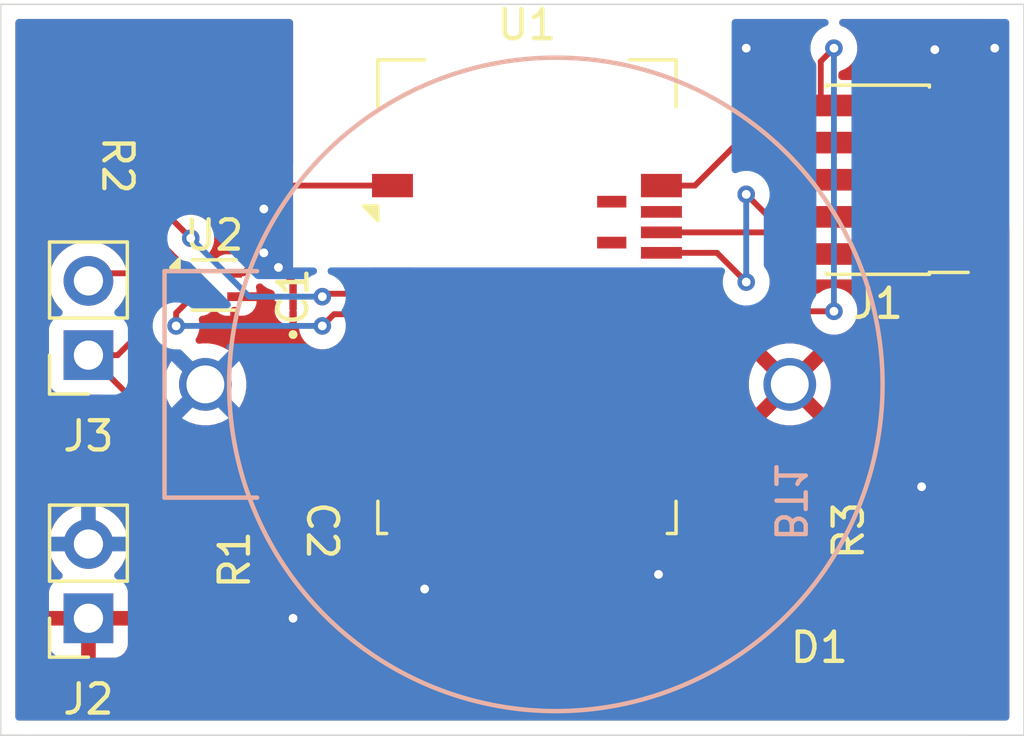
<source format=kicad_pcb>
(kicad_pcb (version 20241229) (generator "pcbnew") (generator_version "9.0")
  (layers (0 "F.Cu" signal) (2 "B.Cu" signal) (13 "F.Paste" user) (15 "B.Paste" user) (5 "F.SilkS" user "F.Silkscreen") (7 "B.SilkS" user "B.Silkscreen") (1 "F.Mask" user) (3 "B.Mask" user) (25 "Edge.Cuts" user))
  (net 0 "")
  (net 32 "GND")
  (net 33 "/VDD")
  (net 34 "/SCL")
  (net 35 "/SDA")
  (net 36 "/CLK")
  (net 37 "/RST")
  (net 38 "/SWDIO")
  (net 42 "Net-(D1-A)")
  (footprint "bt_holder:res_10k" (layer "F.Cu") (at 179 90 90)
    (property "Reference" "R1" (at 0 0 90) (layer "F.SilkS"))
    (property "Value" "10K")
    (pad "1" smd rect (at -0.6731 0 90) (size 0.5588 0.762) (layers "F.Cu" "F.Mask" "F.Paste") (net 33 "/VDD"))
    (pad "2" smd rect (at 0.6731 0 90) (size 0.5588 0.762) (layers "F.Cu" "F.Mask" "F.Paste") (net 34 "/SCL"))
    (zone (net 0) (net_name "") (layer "F.Cu") (connect_pads (clearance 0)) (min_thickness 0.254)
      (keepout (tracks not_allowed) (vias not_allowed) (pads allowed) (copperpour not_allowed) (footprints allowed))
      (fill (thermal_gap 0.508) (thermal_bridge_width 0.508))
      (polygon (pts (xy 178.6444 90.3429) (xy 178.6444 89.6571) (xy 179.3556 89.6571) (xy 179.3556 90.3429)))
    )
  )
  (footprint "Connector_PinSocket_2.54mm:PinSocket_1x02_P2.54mm_Vertical" (layer "F.Cu") (at 174 92 180)
    (property "Reference" "J2" (at 0 -2.77 0) (layer "F.SilkS"))
    (property "Value" "VDD")
    (fp_line (start 1.33 1.27) (end 1.33 3.87) (stroke (width 0.12)) (layer "F.SilkS"))
    (fp_line (start 1.33 -1.33) (end 1.33 0) (stroke (width 0.12)) (layer "F.SilkS"))
    (fp_line (start 0 -1.33) (end 1.33 -1.33) (stroke (width 0.12)) (layer "F.SilkS"))
    (fp_line (start -1.33 3.87) (end 1.33 3.87) (stroke (width 0.12)) (layer "F.SilkS"))
    (fp_line (start -1.33 1.27) (end 1.33 1.27) (stroke (width 0.12)) (layer "F.SilkS"))
    (fp_line (start -1.33 1.27) (end -1.33 3.87) (stroke (width 0.12)) (layer "F.SilkS"))
    (pad "1" thru_hole rect (at 0 0 180) (size 1.7 1.7) (drill 1) (layers "*.Cu" "*.Mask") (net 33 "/VDD"))
    (pad "2" thru_hole oval (at 0 2.54 180) (size 1.7 1.7) (drill 1) (layers "*.Cu" "*.Mask") (net 32 "GND"))
  )
  (footprint "bt_holder:cap_100nf (2)" (layer "F.Cu") (at 181 81 90)
    (property "Reference" "C1" (at 0 0 90) (layer "F.SilkS"))
    (property "Value" "100nF")
    (fp_circle (center -1.2954 0) (end -1.2192 0) (stroke (width 0.1524)) (fill no) (layer "F.SilkS"))
    (pad "1" smd rect (at -0.2794 0 90) (size 0.3556 0.254) (layers "F.Cu" "F.Mask" "F.Paste") (net 33 "/VDD"))
    (pad "2" smd rect (at 0.2794 0 90) (size 0.3556 0.254) (layers "F.Cu" "F.Mask" "F.Paste") (net 32 "GND"))
    (zone (net 0) (net_name "") (layer "F.Cu") (connect_pads (clearance 0)) (min_thickness 0.254)
      (keepout (tracks not_allowed) (vias not_allowed) (pads allowed) (copperpour not_allowed) (footprints allowed))
      (fill (thermal_gap 0.508) (thermal_bridge_width 0.508))
      (polygon (pts (xy 180.8984 81.0508) (xy 180.8984 80.9492) (xy 181.1016 80.9492) (xy 181.1016 81.0508)))
    )
  )
  (footprint "RF_Module:Raytac_MDBT42Q" (layer "F.Cu") (at 189 81)
    (property "Reference" "U1" (at 0 -9.3 0) (layer "F.SilkS"))
    (property "Value" "MDBT42Q-512K")
    (fp_line (start -5.1 -8.1) (end -5.1 -6.5) (stroke (width 0.12)) (layer "F.SilkS"))
    (fp_line (start -5.1 -8.1) (end -3.5 -8.1) (stroke (width 0.12)) (layer "F.SilkS"))
    (fp_line (start -5.1 8.1) (end -5.1 7) (stroke (width 0.12)) (layer "F.SilkS"))
    (fp_line (start -4.8 8.1) (end -5.1 8.1) (stroke (width 0.12)) (layer "F.SilkS"))
    (fp_line (start 3.5 -8.1) (end 5.1 -8.1) (stroke (width 0.12)) (layer "F.SilkS"))
    (fp_line (start 4.8 8.1) (end 5.1 8.1) (stroke (width 0.12)) (layer "F.SilkS"))
    (fp_line (start 5.1 -8.1) (end 5.1 -6.5) (stroke (width 0.12)) (layer "F.SilkS"))
    (fp_line (start 5.1 8.1) (end 5.1 7) (stroke (width 0.12)) (layer "F.SilkS"))
    (fp_poly (pts (xy -5.1 -3.1) (xy -5.6 -3.1) (xy -5.1 -2.6) (xy -5.1 -3.1)) (stroke (width 0.12)) (fill yes) (layer "F.SilkS"))
    (pad "1" smd rect (at -4.6 -3.8) (size 1.4 0.8) (layers "F.Cu" "F.Mask" "F.Paste") (net 32 "GND"))
    (pad "2" smd rect (at -4.6 -0.8) (size 1.4 0.4) (layers "F.Cu" "F.Mask" "F.Paste"))
    (pad "3" smd rect (at -4.6 -0.1) (size 1.4 0.4) (layers "F.Cu" "F.Mask" "F.Paste") (net 35 "/SDA"))
    (pad "4" smd rect (at -4.6 0.6) (size 1.4 0.4) (layers "F.Cu" "F.Mask" "F.Paste") (net 34 "/SCL"))
    (pad "5" smd rect (at -4.6 1.3) (size 1.4 0.4) (layers "F.Cu" "F.Mask" "F.Paste"))
    (pad "6" smd rect (at -4.6 2) (size 1.4 0.4) (layers "F.Cu" "F.Mask" "F.Paste"))
    (pad "7" smd rect (at -4.6 2.7) (size 1.4 0.4) (layers "F.Cu" "F.Mask" "F.Paste"))
    (pad "8" smd rect (at -4.6 3.4) (size 1.4 0.4) (layers "F.Cu" "F.Mask" "F.Paste"))
    (pad "9" smd rect (at -4.6 4.1) (size 1.4 0.4) (layers "F.Cu" "F.Mask" "F.Paste"))
    (pad "10" smd rect (at -4.6 4.8) (size 1.4 0.4) (layers "F.Cu" "F.Mask" "F.Paste"))
    (pad "11" smd rect (at -4.6 5.5) (size 1.4 0.4) (layers "F.Cu" "F.Mask" "F.Paste") (net 33 "/VDD"))
    (pad "12" smd rect (at -4.2 7.6 90) (size 1.4 0.4) (layers "F.Cu" "F.Mask" "F.Paste") (net 32 "GND"))
    (pad "13" smd rect (at -3.5 7.6 90) (size 1.4 0.4) (layers "F.Cu" "F.Mask" "F.Paste"))
    (pad "14" smd rect (at -2.8 7.6 90) (size 1.4 0.4) (layers "F.Cu" "F.Mask" "F.Paste"))
    (pad "15" smd rect (at -2.1 7.6 90) (size 1.4 0.4) (layers "F.Cu" "F.Mask" "F.Paste"))
    (pad "16" smd rect (at -1.4 7.6 90) (size 1.4 0.4) (layers "F.Cu" "F.Mask" "F.Paste"))
    (pad "17" smd rect (at -0.7 7.6 90) (size 1.4 0.4) (layers "F.Cu" "F.Mask" "F.Paste"))
    (pad "18" smd rect (at 0 7.6 90) (size 1.4 0.4) (layers "F.Cu" "F.Mask" "F.Paste"))
    (pad "19" smd rect (at 0.7 7.6 90) (size 1.4 0.4) (layers "F.Cu" "F.Mask" "F.Paste"))
    (pad "20" smd rect (at 1.4 7.6 90) (size 1.4 0.4) (layers "F.Cu" "F.Mask" "F.Paste"))
    (pad "21" smd rect (at 2.1 7.6 90) (size 1.4 0.4) (layers "F.Cu" "F.Mask" "F.Paste"))
    (pad "22" smd rect (at 2.8 7.6 90) (size 1.4 0.4) (layers "F.Cu" "F.Mask" "F.Paste"))
    (pad "23" smd rect (at 3.5 7.6 90) (size 1.4 0.4) (layers "F.Cu" "F.Mask" "F.Paste"))
    (pad "24" smd rect (at 4.2 7.6 90) (size 1.4 0.4) (layers "F.Cu" "F.Mask" "F.Paste") (net 32 "GND"))
    (pad "25" smd rect (at 4.6 6.2) (size 1.4 0.4) (layers "F.Cu" "F.Mask" "F.Paste"))
    (pad "26" smd rect (at 4.6 5.5) (size 1.4 0.4) (layers "F.Cu" "F.Mask" "F.Paste"))
    (pad "27" smd rect (at 4.6 4.8) (size 1.4 0.4) (layers "F.Cu" "F.Mask" "F.Paste"))
    (pad "28" smd rect (at 4.6 4.1) (size 1.4 0.4) (layers "F.Cu" "F.Mask" "F.Paste"))
    (pad "29" smd rect (at 4.6 3.4) (size 1.4 0.4) (layers "F.Cu" "F.Mask" "F.Paste"))
    (pad "30" smd rect (at 4.6 2.7) (size 1.4 0.4) (layers "F.Cu" "F.Mask" "F.Paste"))
    (pad "31" smd rect (at 4.6 2) (size 1.4 0.4) (layers "F.Cu" "F.Mask" "F.Paste"))
    (pad "32" smd rect (at 4.6 1.3) (size 1.4 0.4) (layers "F.Cu" "F.Mask" "F.Paste"))
    (pad "33" smd rect (at 4.6 0.6) (size 1.4 0.4) (layers "F.Cu" "F.Mask" "F.Paste"))
    (pad "34" smd rect (at 4.6 -0.1) (size 1.4 0.4) (layers "F.Cu" "F.Mask" "F.Paste"))
    (pad "35" smd rect (at 4.6 -0.8) (size 1.4 0.4) (layers "F.Cu" "F.Mask" "F.Paste") (net 37 "/RST"))
    (pad "36" smd rect (at 4.6 -1.5) (size 1.4 0.4) (layers "F.Cu" "F.Mask" "F.Paste") (net 36 "/CLK"))
    (pad "37" smd rect (at 4.6 -2.2) (size 1.4 0.4) (layers "F.Cu" "F.Mask" "F.Paste") (net 38 "/SWDIO"))
    (pad "38" smd rect (at 4.6 -2.9) (size 1.4 0.4) (layers "F.Cu" "F.Mask" "F.Paste"))
    (pad "39" smd rect (at 4.6 -3.8) (size 1.4 0.8) (layers "F.Cu" "F.Mask" "F.Paste") (net 32 "GND"))
    (pad "40" smd rect (at 2.9 -3.25) (size 1 0.4) (layers "F.Cu" "F.Mask" "F.Paste"))
    (pad "41" smd rect (at 2.9 -1.85) (size 1 0.4) (layers "F.Cu" "F.Mask" "F.Paste"))
    (zone (net 0) (net_name "") (layers "F.Cu" "B.Cu" "Dwgs.User") (connect_pads (clearance 0)) (min_thickness 0.25)
      (keepout (tracks not_allowed) (vias not_allowed) (pads not_allowed) (copperpour not_allowed) (footprints not_allowed))
      (fill (thermal_gap 0.5) (thermal_bridge_width 0.5))
      (polygon (pts (xy 183 72) (xy 183 76.8) (xy 195 76.8) (xy 195 72)))
    )
    (zone (net 0) (net_name "") (layers "F.Cu" "Dwgs.User") (connect_pads (clearance 0)) (min_thickness 0.25)
      (keepout (tracks not_allowed) (vias not_allowed) (pads not_allowed) (copperpour not_allowed) (footprints not_allowed))
      (fill (thermal_gap 0.5) (thermal_bridge_width 0.5))
      (polygon (pts (xy 188.5 76.8) (xy 188.5 79.9) (xy 192.9 79.9) (xy 192.9 76.8)))
    )
  )
  (footprint "Connector_PinHeader_1.27mm:PinHeader_2x05_P1.27mm_Vertical_SMD" (layer "F.Cu") (at 201 77 180)
    (property "Reference" "J1" (at 0 -4.235 0) (layer "F.SilkS"))
    (property "Value" "SWD")
    (fp_line (start 1.765 3.17) (end 1.765 3.235) (stroke (width 0.12)) (layer "F.SilkS"))
    (fp_line (start 1.765 -3.235) (end 1.765 -3.17) (stroke (width 0.12)) (layer "F.SilkS"))
    (fp_line (start -1.765 3.235) (end 1.765 3.235) (stroke (width 0.12)) (layer "F.SilkS"))
    (fp_line (start -1.765 3.17) (end -1.765 3.235) (stroke (width 0.12)) (layer "F.SilkS"))
    (fp_line (start -1.765 -3.235) (end 1.765 -3.235) (stroke (width 0.12)) (layer "F.SilkS"))
    (fp_line (start -1.765 -3.235) (end -1.765 -3.17) (stroke (width 0.12)) (layer "F.SilkS"))
    (fp_line (start -3.09 -3.17) (end -1.765 -3.17) (stroke (width 0.12)) (layer "F.SilkS"))
    (pad "1" smd rect (at -1.95 -2.54 180) (size 2.4 0.74) (layers "F.Cu" "F.Mask" "F.Paste") (net 33 "/VDD"))
    (pad "2" smd rect (at 1.95 -2.54 180) (size 2.4 0.74) (layers "F.Cu" "F.Mask" "F.Paste") (net 38 "/SWDIO"))
    (pad "3" smd rect (at -1.95 -1.27 180) (size 2.4 0.74) (layers "F.Cu" "F.Mask" "F.Paste") (net 32 "GND"))
    (pad "4" smd rect (at 1.95 -1.27 180) (size 2.4 0.74) (layers "F.Cu" "F.Mask" "F.Paste") (net 36 "/CLK"))
    (pad "5" smd rect (at -1.95 0 180) (size 2.4 0.74) (layers "F.Cu" "F.Mask" "F.Paste") (net 32 "GND"))
    (pad "6" smd rect (at 1.95 0 180) (size 2.4 0.74) (layers "F.Cu" "F.Mask" "F.Paste"))
    (pad "7" smd rect (at -1.95 1.27 180) (size 2.4 0.74) (layers "F.Cu" "F.Mask" "F.Paste"))
    (pad "8" smd rect (at 1.95 1.27 180) (size 2.4 0.74) (layers "F.Cu" "F.Mask" "F.Paste"))
    (pad "9" smd rect (at -1.95 2.54 180) (size 2.4 0.74) (layers "F.Cu" "F.Mask" "F.Paste") (net 32 "GND"))
    (pad "10" smd rect (at 1.95 2.54 180) (size 2.4 0.74) (layers "F.Cu" "F.Mask" "F.Paste") (net 37 "/RST"))
  )
  (footprint "Sensor_Humidity:Sensirion_DFN-4_1.5x1.5mm_P0.8mm_SHT4x_NoCentralPad" (layer "F.Cu") (at 178.3 80.6)
    (property "Reference" "U2" (at 0 -1.7 0) (layer "F.SilkS"))
    (property "Value" "SHT4x")
    (fp_line (start -0.75 -0.86) (end 0.75 -0.86) (stroke (width 0.12)) (layer "F.SilkS"))
    (fp_line (start -0.75 0.86) (end 0.75 0.86) (stroke (width 0.12)) (layer "F.SilkS"))
    (fp_poly (pts (xy -1.2 -0.6) (xy -1.48 -0.6) (xy -1.2 -0.88) (xy -1.2 -0.6)) (stroke (width 0.12)) (fill yes) (layer "F.SilkS"))
    (pad "1" smd rect (at -0.7 -0.4) (size 0.5 0.3) (layers "F.Cu" "F.Mask" "F.Paste") (net 35 "/SDA"))
    (pad "2" smd rect (at -0.7 0.4) (size 0.5 0.3) (layers "F.Cu" "F.Mask" "F.Paste") (net 34 "/SCL"))
    (pad "3" smd rect (at 0.7 0.4) (size 0.5 0.3) (layers "F.Cu" "F.Mask" "F.Paste") (net 33 "/VDD"))
    (pad "4" smd rect (at 0.7 -0.4) (size 0.5 0.3) (layers "F.Cu" "F.Mask" "F.Paste") (net 32 "GND"))
    (zone (net 0) (net_name "") (layer "F.Cu") (connect_pads (clearance 0)) (min_thickness 0.254)
      (keepout (tracks not_allowed) (vias not_allowed) (pads allowed) (copperpour not_allowed) (footprints allowed))
      (fill (thermal_gap 0.508) (thermal_bridge_width 0.508))
      (polygon (pts (xy 179.05 80.05) (xy 178.75 80.05) (xy 178.75 80.35) (xy 179.05 80.35) (xy 179.05 80.85) (xy 178.75 80.85) (xy 178.75 81.15) (xy 179.05 81.15) (xy 179.05 81.35) (xy 177.55 81.35) (xy 177.55 81.15) (xy 177.85 81.15) (xy 177.85 80.85) (xy 177.55 80.85) (xy 177.55 80.35) (xy 177.85 80.35) (xy 177.85 80.05) (xy 177.55 80.05) (xy 177.55 79.85) (xy 179.05 79.85)))
    )
  )
  (footprint "bt_holder:res_10k" (layer "F.Cu") (at 200 89 90)
    (property "Reference" "R3" (at 0 0 90) (layer "F.SilkS"))
    (property "Value" "300")
    (pad "1" smd rect (at -0.6731 0 90) (size 0.5588 0.762) (layers "F.Cu" "F.Mask" "F.Paste") (net 42 "Net-(D1-A)"))
    (pad "2" smd rect (at 0.6731 0 90) (size 0.5588 0.762) (layers "F.Cu" "F.Mask" "F.Paste") (net 32 "GND"))
    (zone (net 0) (net_name "") (layer "F.Cu") (connect_pads (clearance 0)) (min_thickness 0.254)
      (keepout (tracks not_allowed) (vias not_allowed) (pads allowed) (copperpour not_allowed) (footprints allowed))
      (fill (thermal_gap 0.508) (thermal_bridge_width 0.508))
      (polygon (pts (xy 199.6444 89.3429) (xy 199.6444 88.6571) (xy 200.3556 88.6571) (xy 200.3556 89.3429)))
    )
  )
  (footprint "bt_holder:res_10k" (layer "F.Cu") (at 176.5 77 -90)
    (property "Reference" "R2" (at -0.5 1.5 270) (layer "F.SilkS"))
    (property "Value" "10K")
    (pad "1" smd rect (at -0.6731 0 270) (size 0.5588 0.762) (layers "F.Cu" "F.Mask" "F.Paste") (net 33 "/VDD"))
    (pad "2" smd rect (at 0.6731 0 270) (size 0.5588 0.762) (layers "F.Cu" "F.Mask" "F.Paste") (net 35 "/SDA"))
    (zone (net 0) (net_name "") (layer "F.Cu") (connect_pads (clearance 0)) (min_thickness 0.254)
      (keepout (tracks not_allowed) (vias not_allowed) (pads allowed) (copperpour not_allowed) (footprints allowed))
      (fill (thermal_gap 0.508) (thermal_bridge_width 0.508))
      (polygon (pts (xy 176.8556 76.6571) (xy 176.8556 77.3429) (xy 176.1444 77.3429) (xy 176.1444 76.6571)))
    )
  )
  (footprint "Connector_PinSocket_2.54mm:PinSocket_1x02_P2.54mm_Vertical" (layer "F.Cu") (at 174 83 180)
    (property "Reference" "J3" (at 0 -2.77 0) (layer "F.SilkS"))
    (property "Value" "I2C")
    (fp_line (start 1.33 1.27) (end 1.33 3.87) (stroke (width 0.12)) (layer "F.SilkS"))
    (fp_line (start 1.33 -1.33) (end 1.33 0) (stroke (width 0.12)) (layer "F.SilkS"))
    (fp_line (start 0 -1.33) (end 1.33 -1.33) (stroke (width 0.12)) (layer "F.SilkS"))
    (fp_line (start -1.33 3.87) (end 1.33 3.87) (stroke (width 0.12)) (layer "F.SilkS"))
    (fp_line (start -1.33 1.27) (end 1.33 1.27) (stroke (width 0.12)) (layer "F.SilkS"))
    (fp_line (start -1.33 1.27) (end -1.33 3.87) (stroke (width 0.12)) (layer "F.SilkS"))
    (pad "1" thru_hole rect (at 0 0 180) (size 1.7 1.7) (drill 1) (layers "*.Cu" "*.Mask") (net 34 "/SCL"))
    (pad "2" thru_hole oval (at 0 2.54 180) (size 1.7 1.7) (drill 1) (layers "*.Cu" "*.Mask") (net 35 "/SDA"))
  )
  (footprint "bt_holder:cap_10uf" (layer "F.Cu") (at 182 89 -90)
    (property "Reference" "C2" (at 0 0 270) (layer "F.SilkS"))
    (property "Value" "10uF")
    (pad "1" smd rect (at -0.5207 0 270) (size 0.7112 0.5588) (layers "F.Cu" "F.Mask" "F.Paste") (net 33 "/VDD"))
    (pad "2" smd rect (at 0.5207 0 270) (size 0.7112 0.5588) (layers "F.Cu" "F.Mask" "F.Paste") (net 32 "GND"))
    (zone (net 0) (net_name "") (layer "F.Cu") (connect_pads (clearance 0)) (min_thickness 0.254)
      (keepout (tracks not_allowed) (vias not_allowed) (pads allowed) (copperpour not_allowed) (footprints allowed))
      (fill (thermal_gap 0.508) (thermal_bridge_width 0.508))
      (polygon (pts (xy 182.2286 88.8857) (xy 182.2286 89.1143) (xy 181.7714 89.1143) (xy 181.7714 88.8857)))
    )
  )
  (footprint "bt_holder:LED_power" (layer "F.Cu") (at 199 93)
    (property "Reference" "D1" (at 0 0 0) (layer "F.SilkS"))
    (property "Value" "LED")
    (pad "1" smd rect (at -0.7493 0) (size 0.7874 0.7874) (layers "F.Cu" "F.Mask" "F.Paste") (net 33 "/VDD"))
    (pad "2" smd rect (at 0.7493 0) (size 0.7874 0.7874) (layers "F.Cu" "F.Mask" "F.Paste") (net 42 "Net-(D1-A)"))
    (zone (net 0) (net_name "") (layer "F.Cu") (connect_pads (clearance 0)) (min_thickness 0.254)
      (keepout (tracks not_allowed) (vias not_allowed) (pads allowed) (copperpour not_allowed) (footprints allowed))
      (fill (thermal_gap 0.508) (thermal_bridge_width 0.508))
      (polygon (pts (xy 198.6952 92.6444) (xy 199.3048 92.6444) (xy 199.3048 93.3556) (xy 198.6952 93.3556)))
    )
  )
  (footprint "bt_holder:BH-25C-1_ADM" (layer "B.Cu") (at 197.9898 84 90)
    (property "Reference" "BT1" (at -4 0 270) (layer "B.SilkS") (effects (justify mirror)))
    (property "Value" "Battery_Cell")
    (fp_line (start 3.8735 -21.3868) (end 3.8735 -18.221764) (stroke (width 0.1524)) (layer "B.SilkS"))
    (fp_line (start -3.8735 -21.3868) (end 3.8735 -21.3868) (stroke (width 0.1524)) (layer "B.SilkS"))
    (fp_line (start -3.8735 -18.221764) (end -3.8735 -21.3868) (stroke (width 0.1524)) (layer "B.SilkS"))
    (fp_circle (center 0 -8.001) (end 11.176 -8.001) (stroke (width 0.1524)) (fill no) (layer "B.SilkS"))
    (pad "1" thru_hole circle (at 0 0 90) (size 1.8034 1.8034) (drill 1.2954) (layers "*.Cu" "*.Mask") (net 33 "/VDD"))
    (pad "2" thru_hole circle (at 0 -19.9898 90) (size 1.8034 1.8034) (drill 1.2954) (layers "*.Cu" "*.Mask") (net 32 "GND"))
  )
  (gr_line (start 204 71) (end 206 71) (stroke (width 0.05)) (layer "Edge.Cuts"))
  (gr_line (start 171 96) (end 172 96) (stroke (width 0.05)) (layer "Edge.Cuts"))
  (gr_line (start 171 96) (end 171 71) (stroke (width 0.05)) (layer "Edge.Cuts"))
  (gr_line (start 172 71) (end 204 71) (stroke (width 0.05)) (layer "Edge.Cuts"))
  (gr_line (start 206 71) (end 206 96) (stroke (width 0.05)) (layer "Edge.Cuts"))
  (gr_line (start 204 96) (end 206 96) (stroke (width 0.05)) (layer "Edge.Cuts"))
  (gr_line (start 172 71) (end 171 71) (stroke (width 0.05)) (layer "Edge.Cuts"))
  (gr_line (start 204 96) (end 172 96) (stroke (width 0.05)) (layer "Edge.Cuts"))
  (segment (start 205 78) (end 205 75.78) (width 0.2) (layer "F.Cu") (net 32))
  (segment (start 184.8 88.6) (end 184.8 90.3) (width 0.2) (layer "F.Cu") (net 32))
  (segment (start 182 91) (end 181 92) (width 0.2) (layer "F.Cu") (net 32))
  (segment (start 200 88.3269) (end 201.6731 88.3269) (width 0.2) (layer "F.Cu") (net 32))
  (segment (start 203.78 74.46) (end 202.95 74.46) (width 0.2) (layer "F.Cu") (net 32))
  (segment (start 202.95 78.27) (end 204.73 78.27) (width 0.2) (layer "F.Cu") (net 32))
  (segment (start 181 80.7206) (end 181 80.5) (width 0.2) (layer "F.Cu") (net 32))
  (segment (start 182 89.5207) (end 182 91) (width 0.2) (layer "F.Cu") (net 32))
  (segment (start 193.2 88.6) (end 193.3 88.7) (width 0.2) (layer "F.Cu") (net 32))
  (segment (start 179.3 80.2) (end 180 79.5) (width 0.2) (layer "F.Cu") (net 32))
  (segment (start 184.8 90.3) (end 185.5 91) (width 0.2) (layer "F.Cu") (net 32))
  (segment (start 203.78 77) (end 205 75.78) (width 0.2) (layer "F.Cu") (net 32))
  (segment (start 202.95 77) (end 203.78 77) (width 0.2) (layer "F.Cu") (net 32))
  (segment (start 196.5 75.442836) (end 196.5 72.5) (width 0.2) (layer "F.Cu") (net 32))
  (segment (start 193.2 90.2) (end 193.5 90.5) (width 0.2) (layer "F.Cu") (net 32))
  (segment (start 180.8 77.2) (end 180 78) (width 0.2) (layer "F.Cu") (net 32))
  (segment (start 179 80.2) (end 179.3 80.2) (width 0.2) (layer "F.Cu") (net 32))
  (segment (start 203 72.5) (end 202.95 72.55) (width 0.2) (layer "F.Cu") (net 32))
  (segment (start 181 80.5) (end 180.5 80) (width 0.2) (layer "F.Cu") (net 32))
  (segment (start 193.2 88.6) (end 193.2 90.2) (width 0.2) (layer "F.Cu") (net 32))
  (segment (start 201.6731 88.3269) (end 202.5 87.5) (width 0.2) (layer "F.Cu") (net 32))
  (segment (start 184.4 77.2) (end 180.8 77.2) (width 0.2) (layer "F.Cu") (net 32))
  (segment (start 202.95 74.46) (end 202.95 72.55) (width 0.2) (layer "F.Cu") (net 32))
  (segment (start 194.742836 77.2) (end 196.5 75.442836) (width 0.2) (layer "F.Cu") (net 32))
  (segment (start 204.73 78.27) (end 205 78) (width 0.2) (layer "F.Cu") (net 32))
  (segment (start 205 75.78) (end 205 72.5) (width 0.2) (layer "F.Cu") (net 32))
  (segment (start 193.6 77.2) (end 194.742836 77.2) (width 0.2) (layer "F.Cu") (net 32))
  (via (at 193.5 90.5) (size 0.6) (drill 0.3) (layers "F.Cu" "B.Cu") (net 32))
  (via (at 180 78) (size 0.6) (drill 0.3) (layers "F.Cu" "B.Cu") (net 32))
  (via (at 202.95 72.55) (size 0.6) (drill 0.3) (layers "F.Cu" "B.Cu") (net 32))
  (via (at 180 79.5) (size 0.6) (drill 0.3) (layers "F.Cu" "B.Cu") (net 32))
  (via (at 181 92) (size 0.6) (drill 0.3) (layers "F.Cu" "B.Cu") (net 32))
  (via (at 202.5 87.5) (size 0.6) (drill 0.3) (layers "F.Cu" "B.Cu") (net 32))
  (via (at 180.5 80) (size 0.6) (drill 0.3) (layers "F.Cu" "B.Cu") (net 32))
  (via (at 185.5 91) (size 0.6) (drill 0.3) (layers "F.Cu" "B.Cu") (net 32))
  (via (at 205 72.5) (size 0.6) (drill 0.3) (layers "F.Cu" "B.Cu") (net 32))
  (via (at 196.5 72.5) (size 0.6) (drill 0.3) (layers "F.Cu" "B.Cu") (net 32))
  (segment (start 184.4 86.5) (end 182.5 86.5) (width 0.2) (layer "F.Cu") (net 33))
  (segment (start 182.5 86.5) (end 182 87) (width 0.2) (layer "F.Cu") (net 33))
  (segment (start 182 87) (end 182 88.4793) (width 0.2) (layer "F.Cu") (net 33))
  (segment (start 175 83) (end 174 83) (width 0.2) (layer "F.Cu") (net 34))
  (segment (start 182.4 81.6) (end 184.4 81.6) (width 0.2) (layer "F.Cu") (net 34))
  (segment (start 176 81.5) (end 176 82) (width 0.2) (layer "F.Cu") (net 34))
  (segment (start 176.5 81) (end 176 81.5) (width 0.2) (layer "F.Cu") (net 34))
  (segment (start 177 81.557164) (end 177 82) (width 0.2) (layer "F.Cu") (net 34))
  (segment (start 177.557164 81) (end 177 81.557164) (width 0.2) (layer "F.Cu") (net 34))
  (segment (start 177.6 81) (end 176.5 81) (width 0.2) (layer "F.Cu") (net 34))
  (segment (start 174 83) (end 177 86) (width 0.2) (layer "F.Cu") (net 34))
  (segment (start 182 82) (end 182.4 81.6) (width 0.2) (layer "F.Cu") (net 34))
  (segment (start 176 82) (end 175 83) (width 0.2) (layer "F.Cu") (net 34))
  (segment (start 177 86) (end 177 89) (width 0.2) (layer "F.Cu") (net 34))
  (segment (start 177.557164 81) (end 177.6 81) (width 0.2) (layer "F.Cu") (net 34))
  (segment (start 177 89) (end 178 89) (width 0.2) (layer "F.Cu") (net 34))
  (segment (start 178 89) (end 178.3269 89.3269) (width 0.2) (layer "F.Cu") (net 34))
  (segment (start 178.3269 89.3269) (end 179 89.3269) (width 0.2) (layer "F.Cu") (net 34))
  (via (at 177 82) (size 0.6) (drill 0.3) (layers "F.Cu" "B.Cu") (net 34))
  (via (at 182 82) (size 0.6) (drill 0.3) (layers "F.Cu" "B.Cu") (net 34))
  (segment (start 177 82) (end 182 82) (width 0.2) (layer "B.Cu") (net 34))
  (segment (start 176.5 78) (end 177.5 79) (width 0.2) (layer "F.Cu") (net 35))
  (segment (start 177.5 80.2) (end 176.5 79.2) (width 0.2) (layer "F.Cu") (net 35))
  (segment (start 182.1 80.9) (end 184.4 80.9) (width 0.2) (layer "F.Cu") (net 35))
  (segment (start 174.26 80.2) (end 177.6 80.2) (width 0.2) (layer "F.Cu") (net 35))
  (segment (start 177.6 80.2) (end 177.5 80.2) (width 0.2) (layer "F.Cu") (net 35))
  (segment (start 176.5 79.2) (end 176.5 77.6731) (width 0.2) (layer "F.Cu") (net 35))
  (segment (start 174 80.46) (end 174.26 80.2) (width 0.2) (layer "F.Cu") (net 35))
  (segment (start 176.5 77.6731) (end 176.5 78) (width 0.2) (layer "F.Cu") (net 35))
  (segment (start 174.54 81) (end 174 80.46) (width 0.2) (layer "F.Cu") (net 35))
  (segment (start 182 81) (end 182.1 80.9) (width 0.2) (layer "F.Cu") (net 35))
  (via (at 177.5 79) (size 0.6) (drill 0.3) (layers "F.Cu" "B.Cu") (net 35))
  (via (at 182 81) (size 0.6) (drill 0.3) (layers "F.Cu" "B.Cu") (net 35))
  (segment (start 179.5 81) (end 182 81) (width 0.2) (layer "B.Cu") (net 35))
  (segment (start 177.5 79) (end 179.5 81) (width 0.2) (layer "B.Cu") (net 35))
  (segment (start 197.27 78.27) (end 196.5 77.5) (width 0.2) (layer "F.Cu") (net 36))
  (segment (start 199.05 78.27) (end 197.27 78.27) (width 0.2) (layer "F.Cu") (net 36))
  (segment (start 199.05 78.27) (end 200.27 78.27) (width 0.2) (layer "F.Cu") (net 36))
  (segment (start 196.5 80.5) (end 195.5 79.5) (width 0.2) (layer "F.Cu") (net 36))
  (segment (start 195.5 79.5) (end 193.6 79.5) (width 0.2) (layer "F.Cu") (net 36))
  (via (at 196.5 80.5) (size 0.6) (drill 0.3) (layers "F.Cu" "B.Cu") (net 36))
  (via (at 196.5 77.5) (size 0.6) (drill 0.3) (layers "F.Cu" "B.Cu") (net 36))
  (segment (start 196.5 77.5) (end 196.5 80.5) (width 0.2) (layer "B.Cu") (net 36))
  (segment (start 194.5 80.2) (end 193.6 80.2) (width 0.2) (layer "F.Cu") (net 37))
  (segment (start 199.05 74.46) (end 199.05 72.95) (width 0.2) (layer "F.Cu") (net 37))
  (segment (start 195.8 81.5) (end 194.5 80.2) (width 0.2) (layer "F.Cu") (net 37))
  (segment (start 199.05 74.46) (end 199.88 74.46) (width 0.2) (layer "F.Cu") (net 37))
  (segment (start 199.05 72.95) (end 199.5 72.5) (width 0.2) (layer "F.Cu") (net 37))
  (segment (start 199.5 81.5) (end 195.8 81.5) (width 0.2) (layer "F.Cu") (net 37))
  (via (at 199.5 81.5) (size 0.6) (drill 0.3) (layers "F.Cu" "B.Cu") (net 37))
  (via (at 199.5 72.5) (size 0.6) (drill 0.3) (layers "F.Cu" "B.Cu") (net 37))
  (segment (start 199.5 72.5) (end 199.5 81.5) (width 0.2) (layer "B.Cu") (net 37))
  (segment (start 199.05 79.54) (end 198.22 79.54) (width 0.2) (layer "F.Cu") (net 38))
  (segment (start 198.22 79.54) (end 197.48 78.8) (width 0.2) (layer "F.Cu") (net 38))
  (segment (start 197.48 78.8) (end 193.6 78.8) (width 0.2) (layer "F.Cu") (net 38))
  (segment (start 199.7493 92.7493) (end 200 92.4986) (width 0.2) (layer "F.Cu") (net 42))
  (segment (start 199.7493 93) (end 199.7493 92.7493) (width 0.2) (layer "F.Cu") (net 42))
  (segment (start 200 92.4986) (end 200 89.6731) (width 0.2) (layer "F.Cu") (net 42))
  (zone (net 33) (net_name "/VDD") (layer "F.Cu") (priority 1) (connect_pads (clearance 0.5)) (min_thickness 0.25) (fill yes (thermal_gap 0.5) (thermal_bridge_width 0.5))
    (polygon (pts (xy 171 71) (xy 181 71) (xy 181 80) (xy 196 79.9) (xy 196 71) (xy 206 71) (xy 206 96) (xy 171 96)))
  )
  (zone (net 32) (net_name "GND") (layer "B.Cu") (connect_pads (clearance 0.5)) (min_thickness 0.25) (fill yes (thermal_gap 0.5) (thermal_bridge_width 0.5))
    (polygon (pts (xy 171 71) (xy 181 71) (xy 181 80) (xy 196 80) (xy 196 71) (xy 206 71) (xy 206 96) (xy 171 96)))
  )
)
</source>
